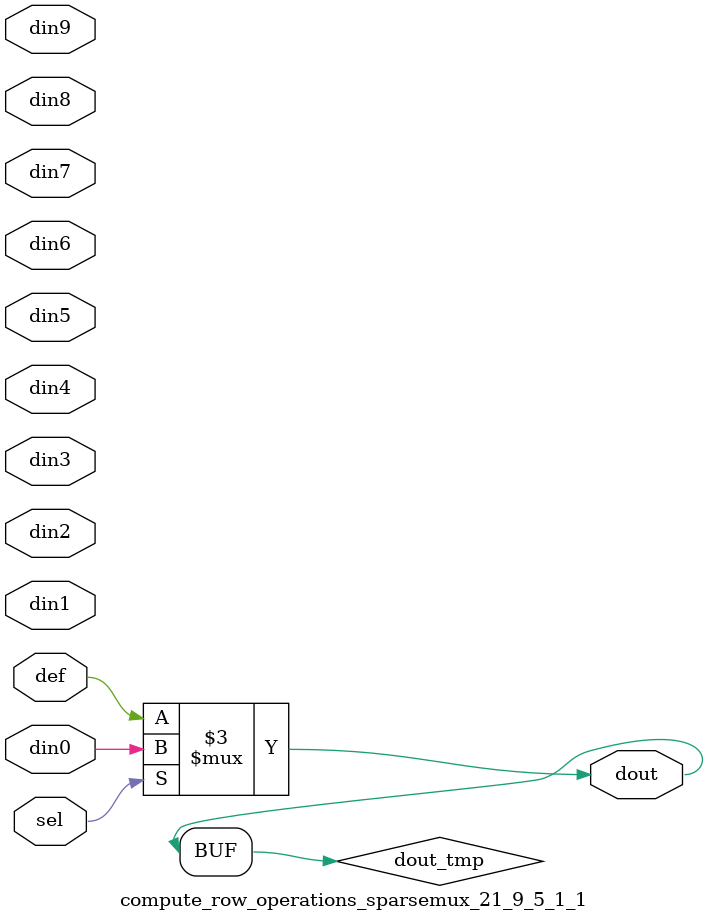
<source format=v>
`timescale 1ns / 1ps

module compute_row_operations_sparsemux_21_9_5_1_1 (din0,din1,din2,din3,din4,din5,din6,din7,din8,din9,def,sel,dout);

parameter din0_WIDTH = 1;

parameter din1_WIDTH = 1;

parameter din2_WIDTH = 1;

parameter din3_WIDTH = 1;

parameter din4_WIDTH = 1;

parameter din5_WIDTH = 1;

parameter din6_WIDTH = 1;

parameter din7_WIDTH = 1;

parameter din8_WIDTH = 1;

parameter din9_WIDTH = 1;

parameter def_WIDTH = 1;
parameter sel_WIDTH = 1;
parameter dout_WIDTH = 1;

parameter [sel_WIDTH-1:0] CASE0 = 1;

parameter [sel_WIDTH-1:0] CASE1 = 1;

parameter [sel_WIDTH-1:0] CASE2 = 1;

parameter [sel_WIDTH-1:0] CASE3 = 1;

parameter [sel_WIDTH-1:0] CASE4 = 1;

parameter [sel_WIDTH-1:0] CASE5 = 1;

parameter [sel_WIDTH-1:0] CASE6 = 1;

parameter [sel_WIDTH-1:0] CASE7 = 1;

parameter [sel_WIDTH-1:0] CASE8 = 1;

parameter [sel_WIDTH-1:0] CASE9 = 1;

parameter ID = 1;
parameter NUM_STAGE = 1;



input [din0_WIDTH-1:0] din0;

input [din1_WIDTH-1:0] din1;

input [din2_WIDTH-1:0] din2;

input [din3_WIDTH-1:0] din3;

input [din4_WIDTH-1:0] din4;

input [din5_WIDTH-1:0] din5;

input [din6_WIDTH-1:0] din6;

input [din7_WIDTH-1:0] din7;

input [din8_WIDTH-1:0] din8;

input [din9_WIDTH-1:0] din9;

input [def_WIDTH-1:0] def;
input [sel_WIDTH-1:0] sel;

output [dout_WIDTH-1:0] dout;



reg [dout_WIDTH-1:0] dout_tmp;


always @ (*) begin
(* parallel_case *) case (sel)
    
    CASE0 : dout_tmp = din0;
    
    CASE1 : dout_tmp = din1;
    
    CASE2 : dout_tmp = din2;
    
    CASE3 : dout_tmp = din3;
    
    CASE4 : dout_tmp = din4;
    
    CASE5 : dout_tmp = din5;
    
    CASE6 : dout_tmp = din6;
    
    CASE7 : dout_tmp = din7;
    
    CASE8 : dout_tmp = din8;
    
    CASE9 : dout_tmp = din9;
    
    default : dout_tmp = def;
endcase
end


assign dout = dout_tmp;



endmodule

</source>
